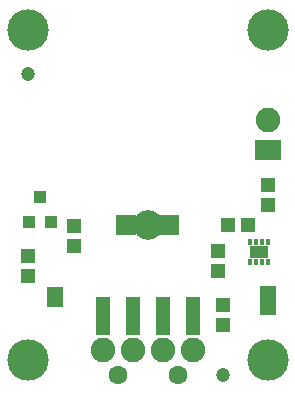
<source format=gbr>
G04 EAGLE Gerber RS-274X export*
G75*
%MOMM*%
%FSLAX34Y34*%
%LPD*%
%INSoldermask Top*%
%IPPOS*%
%AMOC8*
5,1,8,0,0,1.08239X$1,22.5*%
G01*
%ADD10R,0.453200X0.503200*%
%ADD11R,1.503200X1.003200*%
%ADD12R,1.203200X1.303200*%
%ADD13R,1.303200X1.203200*%
%ADD14R,1.003200X1.103200*%
%ADD15C,3.505200*%
%ADD16C,2.082800*%
%ADD17R,1.203200X3.203200*%
%ADD18C,1.603200*%
%ADD19R,1.703200X1.803200*%
%ADD20C,2.503200*%
%ADD21C,1.203200*%
%ADD22R,2.203200X1.703200*%
%ADD23R,1.473200X0.838200*%


D10*
X228480Y125356D03*
X223480Y125356D03*
X218480Y125356D03*
X213480Y125356D03*
X213480Y108324D03*
X218480Y108324D03*
X223480Y108324D03*
X228480Y108324D03*
D11*
X220980Y116840D03*
D12*
X190500Y72000D03*
X190500Y55000D03*
D13*
X211700Y139700D03*
X194700Y139700D03*
D12*
X64770Y139310D03*
X64770Y122310D03*
X228600Y156600D03*
X228600Y173600D03*
X25400Y96910D03*
X25400Y113910D03*
X186690Y117720D03*
X186690Y100720D03*
D14*
X26060Y142400D03*
X45060Y142400D03*
X35560Y163400D03*
D15*
X228600Y25400D03*
X25400Y25400D03*
X228600Y304800D03*
X25400Y304800D03*
D16*
X228600Y228600D03*
D17*
X165100Y62700D03*
X139700Y62700D03*
X114300Y62700D03*
X88900Y62700D03*
D18*
X101600Y12700D03*
X152400Y12700D03*
D19*
X145000Y139700D03*
X109000Y139700D03*
D20*
X127000Y139700D03*
D21*
X25400Y267970D03*
X190500Y12700D03*
D22*
X228600Y203200D03*
D23*
X228600Y68072D03*
X228600Y76200D03*
X228600Y84328D03*
X48260Y82804D03*
X48260Y74676D03*
D16*
X165100Y34290D03*
X139700Y34290D03*
X114300Y34290D03*
X88900Y34290D03*
M02*

</source>
